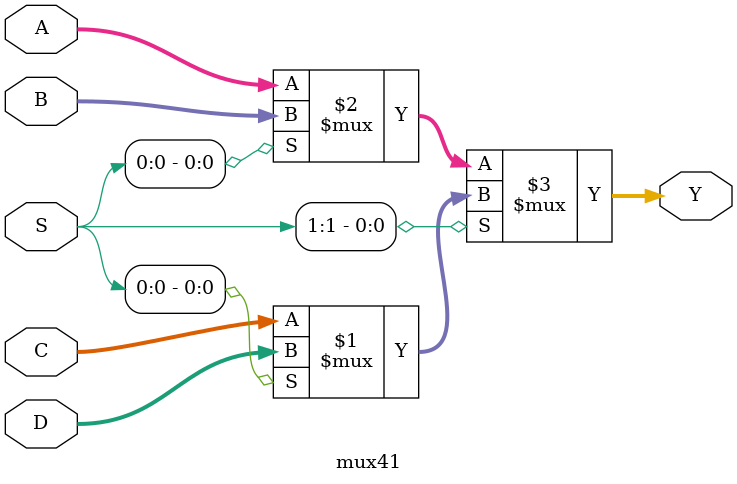
<source format=v>
/*
 * Exercise: 2
 * Description: Multiplexer 4 to 1
 * Script:
iverilog -o mux mux.v mux-tb.v
vvp mux
gtkwave mux.vpd
 */
module mux41 (Y,A,B,C,D,S);
	input [3:0] A, B, C, D;
	input [1:0] S;
	output [3:0] Y;
	
	assign Y = S[1] ? (S[0] ? D : C) : (S[0] ? B : A);

endmodule
</source>
